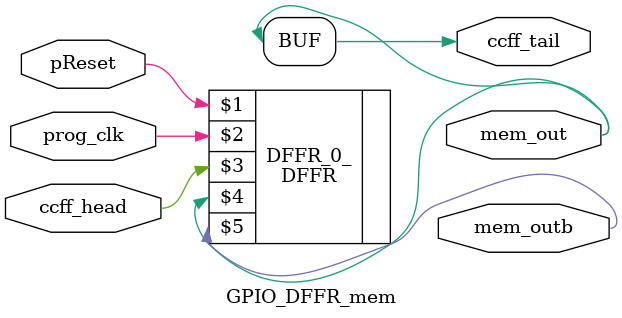
<source format=v>
module mux_2level_tapbuf_size8_mem(pReset,
                                   prog_clk,
                                   ccff_head,
                                   ccff_tail,
                                   mem_out,
                                   mem_outb);
//----- GLOBAL PORTS -----
input [0:0] pReset;
//----- GLOBAL PORTS -----
input [0:0] prog_clk;
//----- INPUT PORTS -----
input [0:0] ccff_head;
//----- OUTPUT PORTS -----
output [0:0] ccff_tail;
//----- OUTPUT PORTS -----
output [0:5] mem_out;
//----- OUTPUT PORTS -----
output [0:5] mem_outb;

//----- BEGIN Registered ports -----
//----- END Registered ports -----



// ----- BEGIN Local short connections -----
// ----- END Local short connections -----
// ----- BEGIN Local output short connections -----
	assign ccff_tail[0] = mem_out[5];
// ----- END Local output short connections -----

	DFFR DFFR_0_ (
		pReset,
		prog_clk,
		ccff_head,
		mem_out[0],
		mem_outb[0]);

	DFFR DFFR_1_ (
		pReset,
		prog_clk,
		mem_out[0],
		mem_out[1],
		mem_outb[1]);

	DFFR DFFR_2_ (
		pReset,
		prog_clk,
		mem_out[1],
		mem_out[2],
		mem_outb[2]);

	DFFR DFFR_3_ (
		pReset,
		prog_clk,
		mem_out[2],
		mem_out[3],
		mem_outb[3]);

	DFFR DFFR_4_ (
		pReset,
		prog_clk,
		mem_out[3],
		mem_out[4],
		mem_outb[4]);

	DFFR DFFR_5_ (
		pReset,
		prog_clk,
		mem_out[4],
		mem_out[5],
		mem_outb[5]);

endmodule
// ----- END Verilog module for mux_2level_tapbuf_size8_mem -----




// ----- Verilog module for mux_2level_tapbuf_size2_mem -----
module mux_2level_tapbuf_size2_mem(pReset,
                                   prog_clk,
                                   ccff_head,
                                   ccff_tail,
                                   mem_out,
                                   mem_outb);
//----- GLOBAL PORTS -----
input [0:0] pReset;
//----- GLOBAL PORTS -----
input [0:0] prog_clk;
//----- INPUT PORTS -----
input [0:0] ccff_head;
//----- OUTPUT PORTS -----
output [0:0] ccff_tail;
//----- OUTPUT PORTS -----
output [0:1] mem_out;
//----- OUTPUT PORTS -----
output [0:1] mem_outb;

//----- BEGIN Registered ports -----
//----- END Registered ports -----



// ----- BEGIN Local short connections -----
// ----- END Local short connections -----
// ----- BEGIN Local output short connections -----
	assign ccff_tail[0] = mem_out[1];
// ----- END Local output short connections -----

	DFFR DFFR_0_ (
		pReset,
		prog_clk,
		ccff_head,
		mem_out[0],
		mem_outb[0]);

	DFFR DFFR_1_ (
		pReset,
		prog_clk,
		mem_out[0],
		mem_out[1],
		mem_outb[1]);

endmodule
// ----- END Verilog module for mux_2level_tapbuf_size2_mem -----




// ----- Verilog module for mux_2level_tapbuf_size9_mem -----
module mux_2level_tapbuf_size9_mem(pReset,
                                   prog_clk,
                                   ccff_head,
                                   ccff_tail,
                                   mem_out,
                                   mem_outb);
//----- GLOBAL PORTS -----
input [0:0] pReset;
//----- GLOBAL PORTS -----
input [0:0] prog_clk;
//----- INPUT PORTS -----
input [0:0] ccff_head;
//----- OUTPUT PORTS -----
output [0:0] ccff_tail;
//----- OUTPUT PORTS -----
output [0:7] mem_out;
//----- OUTPUT PORTS -----
output [0:7] mem_outb;

//----- BEGIN Registered ports -----
//----- END Registered ports -----



// ----- BEGIN Local short connections -----
// ----- END Local short connections -----
// ----- BEGIN Local output short connections -----
	assign ccff_tail[0] = mem_out[7];
// ----- END Local output short connections -----

	DFFR DFFR_0_ (
		pReset,
		prog_clk,
		ccff_head,
		mem_out[0],
		mem_outb[0]);

	DFFR DFFR_1_ (
		pReset,
		prog_clk,
		mem_out[0],
		mem_out[1],
		mem_outb[1]);

	DFFR DFFR_2_ (
		pReset,
		prog_clk,
		mem_out[1],
		mem_out[2],
		mem_outb[2]);

	DFFR DFFR_3_ (
		pReset,
		prog_clk,
		mem_out[2],
		mem_out[3],
		mem_outb[3]);

	DFFR DFFR_4_ (
		pReset,
		prog_clk,
		mem_out[3],
		mem_out[4],
		mem_outb[4]);

	DFFR DFFR_5_ (
		pReset,
		prog_clk,
		mem_out[4],
		mem_out[5],
		mem_outb[5]);

	DFFR DFFR_6_ (
		pReset,
		prog_clk,
		mem_out[5],
		mem_out[6],
		mem_outb[6]);

	DFFR DFFR_7_ (
		pReset,
		prog_clk,
		mem_out[6],
		mem_out[7],
		mem_outb[7]);

endmodule
// ----- END Verilog module for mux_2level_tapbuf_size9_mem -----




// ----- Verilog module for mux_2level_tapbuf_size3_mem -----
module mux_2level_tapbuf_size3_mem(pReset,
                                   prog_clk,
                                   ccff_head,
                                   ccff_tail,
                                   mem_out,
                                   mem_outb);
//----- GLOBAL PORTS -----
input [0:0] pReset;
//----- GLOBAL PORTS -----
input [0:0] prog_clk;
//----- INPUT PORTS -----
input [0:0] ccff_head;
//----- OUTPUT PORTS -----
output [0:0] ccff_tail;
//----- OUTPUT PORTS -----
output [0:1] mem_out;
//----- OUTPUT PORTS -----
output [0:1] mem_outb;

//----- BEGIN Registered ports -----
//----- END Registered ports -----



// ----- BEGIN Local short connections -----
// ----- END Local short connections -----
// ----- BEGIN Local output short connections -----
	assign ccff_tail[0] = mem_out[1];
// ----- END Local output short connections -----

	DFFR DFFR_0_ (
		pReset,
		prog_clk,
		ccff_head,
		mem_out[0],
		mem_outb[0]);

	DFFR DFFR_1_ (
		pReset,
		prog_clk,
		mem_out[0],
		mem_out[1],
		mem_outb[1]);

endmodule
// ----- END Verilog module for mux_2level_tapbuf_size3_mem -----




// ----- Verilog module for mux_2level_tapbuf_size12_mem -----
module mux_2level_tapbuf_size12_mem(pReset,
                                    prog_clk,
                                    ccff_head,
                                    ccff_tail,
                                    mem_out,
                                    mem_outb);
//----- GLOBAL PORTS -----
input [0:0] pReset;
//----- GLOBAL PORTS -----
input [0:0] prog_clk;
//----- INPUT PORTS -----
input [0:0] ccff_head;
//----- OUTPUT PORTS -----
output [0:0] ccff_tail;
//----- OUTPUT PORTS -----
output [0:7] mem_out;
//----- OUTPUT PORTS -----
output [0:7] mem_outb;

//----- BEGIN Registered ports -----
//----- END Registered ports -----



// ----- BEGIN Local short connections -----
// ----- END Local short connections -----
// ----- BEGIN Local output short connections -----
	assign ccff_tail[0] = mem_out[7];
// ----- END Local output short connections -----

	DFFR DFFR_0_ (
		pReset,
		prog_clk,
		ccff_head,
		mem_out[0],
		mem_outb[0]);

	DFFR DFFR_1_ (
		pReset,
		prog_clk,
		mem_out[0],
		mem_out[1],
		mem_outb[1]);

	DFFR DFFR_2_ (
		pReset,
		prog_clk,
		mem_out[1],
		mem_out[2],
		mem_outb[2]);

	DFFR DFFR_3_ (
		pReset,
		prog_clk,
		mem_out[2],
		mem_out[3],
		mem_outb[3]);

	DFFR DFFR_4_ (
		pReset,
		prog_clk,
		mem_out[3],
		mem_out[4],
		mem_outb[4]);

	DFFR DFFR_5_ (
		pReset,
		prog_clk,
		mem_out[4],
		mem_out[5],
		mem_outb[5]);

	DFFR DFFR_6_ (
		pReset,
		prog_clk,
		mem_out[5],
		mem_out[6],
		mem_outb[6]);

	DFFR DFFR_7_ (
		pReset,
		prog_clk,
		mem_out[6],
		mem_out[7],
		mem_outb[7]);

endmodule
// ----- END Verilog module for mux_2level_tapbuf_size12_mem -----




// ----- Verilog module for mux_2level_tapbuf_size4_mem -----
module mux_2level_tapbuf_size4_mem(pReset,
                                   prog_clk,
                                   ccff_head,
                                   ccff_tail,
                                   mem_out,
                                   mem_outb);
//----- GLOBAL PORTS -----
input [0:0] pReset;
//----- GLOBAL PORTS -----
input [0:0] prog_clk;
//----- INPUT PORTS -----
input [0:0] ccff_head;
//----- OUTPUT PORTS -----
output [0:0] ccff_tail;
//----- OUTPUT PORTS -----
output [0:5] mem_out;
//----- OUTPUT PORTS -----
output [0:5] mem_outb;

//----- BEGIN Registered ports -----
//----- END Registered ports -----



// ----- BEGIN Local short connections -----
// ----- END Local short connections -----
// ----- BEGIN Local output short connections -----
	assign ccff_tail[0] = mem_out[5];
// ----- END Local output short connections -----

	DFFR DFFR_0_ (
		pReset,
		prog_clk,
		ccff_head,
		mem_out[0],
		mem_outb[0]);

	DFFR DFFR_1_ (
		pReset,
		prog_clk,
		mem_out[0],
		mem_out[1],
		mem_outb[1]);

	DFFR DFFR_2_ (
		pReset,
		prog_clk,
		mem_out[1],
		mem_out[2],
		mem_outb[2]);

	DFFR DFFR_3_ (
		pReset,
		prog_clk,
		mem_out[2],
		mem_out[3],
		mem_outb[3]);

	DFFR DFFR_4_ (
		pReset,
		prog_clk,
		mem_out[3],
		mem_out[4],
		mem_outb[4]);

	DFFR DFFR_5_ (
		pReset,
		prog_clk,
		mem_out[4],
		mem_out[5],
		mem_outb[5]);

endmodule
// ----- END Verilog module for mux_2level_tapbuf_size4_mem -----




// ----- Verilog module for mux_2level_tapbuf_size11_mem -----
module mux_2level_tapbuf_size11_mem(pReset,
                                    prog_clk,
                                    ccff_head,
                                    ccff_tail,
                                    mem_out,
                                    mem_outb);
//----- GLOBAL PORTS -----
input [0:0] pReset;
//----- GLOBAL PORTS -----
input [0:0] prog_clk;
//----- INPUT PORTS -----
input [0:0] ccff_head;
//----- OUTPUT PORTS -----
output [0:0] ccff_tail;
//----- OUTPUT PORTS -----
output [0:7] mem_out;
//----- OUTPUT PORTS -----
output [0:7] mem_outb;

//----- BEGIN Registered ports -----
//----- END Registered ports -----



// ----- BEGIN Local short connections -----
// ----- END Local short connections -----
// ----- BEGIN Local output short connections -----
	assign ccff_tail[0] = mem_out[7];
// ----- END Local output short connections -----

	DFFR DFFR_0_ (
		pReset,
		prog_clk,
		ccff_head,
		mem_out[0],
		mem_outb[0]);

	DFFR DFFR_1_ (
		pReset,
		prog_clk,
		mem_out[0],
		mem_out[1],
		mem_outb[1]);

	DFFR DFFR_2_ (
		pReset,
		prog_clk,
		mem_out[1],
		mem_out[2],
		mem_outb[2]);

	DFFR DFFR_3_ (
		pReset,
		prog_clk,
		mem_out[2],
		mem_out[3],
		mem_outb[3]);

	DFFR DFFR_4_ (
		pReset,
		prog_clk,
		mem_out[3],
		mem_out[4],
		mem_outb[4]);

	DFFR DFFR_5_ (
		pReset,
		prog_clk,
		mem_out[4],
		mem_out[5],
		mem_outb[5]);

	DFFR DFFR_6_ (
		pReset,
		prog_clk,
		mem_out[5],
		mem_out[6],
		mem_outb[6]);

	DFFR DFFR_7_ (
		pReset,
		prog_clk,
		mem_out[6],
		mem_out[7],
		mem_outb[7]);

endmodule
// ----- END Verilog module for mux_2level_tapbuf_size11_mem -----




// ----- Verilog module for mux_2level_tapbuf_size5_mem -----
module mux_2level_tapbuf_size5_mem(pReset,
                                   prog_clk,
                                   ccff_head,
                                   ccff_tail,
                                   mem_out,
                                   mem_outb);
//----- GLOBAL PORTS -----
input [0:0] pReset;
//----- GLOBAL PORTS -----
input [0:0] prog_clk;
//----- INPUT PORTS -----
input [0:0] ccff_head;
//----- OUTPUT PORTS -----
output [0:0] ccff_tail;
//----- OUTPUT PORTS -----
output [0:5] mem_out;
//----- OUTPUT PORTS -----
output [0:5] mem_outb;

//----- BEGIN Registered ports -----
//----- END Registered ports -----



// ----- BEGIN Local short connections -----
// ----- END Local short connections -----
// ----- BEGIN Local output short connections -----
	assign ccff_tail[0] = mem_out[5];
// ----- END Local output short connections -----

	DFFR DFFR_0_ (
		pReset,
		prog_clk,
		ccff_head,
		mem_out[0],
		mem_outb[0]);

	DFFR DFFR_1_ (
		pReset,
		prog_clk,
		mem_out[0],
		mem_out[1],
		mem_outb[1]);

	DFFR DFFR_2_ (
		pReset,
		prog_clk,
		mem_out[1],
		mem_out[2],
		mem_outb[2]);

	DFFR DFFR_3_ (
		pReset,
		prog_clk,
		mem_out[2],
		mem_out[3],
		mem_outb[3]);

	DFFR DFFR_4_ (
		pReset,
		prog_clk,
		mem_out[3],
		mem_out[4],
		mem_outb[4]);

	DFFR DFFR_5_ (
		pReset,
		prog_clk,
		mem_out[4],
		mem_out[5],
		mem_outb[5]);

endmodule
// ----- END Verilog module for mux_2level_tapbuf_size5_mem -----




// ----- Verilog module for mux_2level_size20_mem -----
module mux_2level_size20_mem(pReset,
                             prog_clk,
                             ccff_head,
                             ccff_tail,
                             mem_out,
                             mem_outb);
//----- GLOBAL PORTS -----
input [0:0] pReset;
//----- GLOBAL PORTS -----
input [0:0] prog_clk;
//----- INPUT PORTS -----
input [0:0] ccff_head;
//----- OUTPUT PORTS -----
output [0:0] ccff_tail;
//----- OUTPUT PORTS -----
output [0:9] mem_out;
//----- OUTPUT PORTS -----
output [0:9] mem_outb;

//----- BEGIN Registered ports -----
//----- END Registered ports -----



// ----- BEGIN Local short connections -----
// ----- END Local short connections -----
// ----- BEGIN Local output short connections -----
	assign ccff_tail[0] = mem_out[9];
// ----- END Local output short connections -----

	DFFR DFFR_0_ (
		pReset,
		prog_clk,
		ccff_head,
		mem_out[0],
		mem_outb[0]);

	DFFR DFFR_1_ (
		pReset,
		prog_clk,
		mem_out[0],
		mem_out[1],
		mem_outb[1]);

	DFFR DFFR_2_ (
		pReset,
		prog_clk,
		mem_out[1],
		mem_out[2],
		mem_outb[2]);

	DFFR DFFR_3_ (
		pReset,
		prog_clk,
		mem_out[2],
		mem_out[3],
		mem_outb[3]);

	DFFR DFFR_4_ (
		pReset,
		prog_clk,
		mem_out[3],
		mem_out[4],
		mem_outb[4]);

	DFFR DFFR_5_ (
		pReset,
		prog_clk,
		mem_out[4],
		mem_out[5],
		mem_outb[5]);

	DFFR DFFR_6_ (
		pReset,
		prog_clk,
		mem_out[5],
		mem_out[6],
		mem_outb[6]);

	DFFR DFFR_7_ (
		pReset,
		prog_clk,
		mem_out[6],
		mem_out[7],
		mem_outb[7]);

	DFFR DFFR_8_ (
		pReset,
		prog_clk,
		mem_out[7],
		mem_out[8],
		mem_outb[8]);

	DFFR DFFR_9_ (
		pReset,
		prog_clk,
		mem_out[8],
		mem_out[9],
		mem_outb[9]);

endmodule
// ----- END Verilog module for mux_2level_size20_mem -----




// ----- Verilog module for mux_1level_tapbuf_size2_mem -----
module mux_1level_tapbuf_size2_mem(pReset,
                                   prog_clk,
                                   ccff_head,
                                   ccff_tail,
                                   mem_out,
                                   mem_outb);
//----- GLOBAL PORTS -----
input [0:0] pReset;
//----- GLOBAL PORTS -----
input [0:0] prog_clk;
//----- INPUT PORTS -----
input [0:0] ccff_head;
//----- OUTPUT PORTS -----
output [0:0] ccff_tail;
//----- OUTPUT PORTS -----
output [0:2] mem_out;
//----- OUTPUT PORTS -----
output [0:2] mem_outb;

//----- BEGIN Registered ports -----
//----- END Registered ports -----



// ----- BEGIN Local short connections -----
// ----- END Local short connections -----
// ----- BEGIN Local output short connections -----
	assign ccff_tail[0] = mem_out[2];
// ----- END Local output short connections -----

	DFFR DFFR_0_ (
		pReset,
		prog_clk,
		ccff_head,
		mem_out[0],
		mem_outb[0]);

	DFFR DFFR_1_ (
		pReset,
		prog_clk,
		mem_out[0],
		mem_out[1],
		mem_outb[1]);

	DFFR DFFR_2_ (
		pReset,
		prog_clk,
		mem_out[1],
		mem_out[2],
		mem_outb[2]);

endmodule
// ----- END Verilog module for mux_1level_tapbuf_size2_mem -----




// ----- Verilog module for frac_lut4_DFFR_mem -----
module frac_lut4_DFFR_mem(pReset,
                          prog_clk,
                          ccff_head,
                          ccff_tail,
                          mem_out,
                          mem_outb);
//----- GLOBAL PORTS -----
input [0:0] pReset;
//----- GLOBAL PORTS -----
input [0:0] prog_clk;
//----- INPUT PORTS -----
input [0:0] ccff_head;
//----- OUTPUT PORTS -----
output [0:0] ccff_tail;
//----- OUTPUT PORTS -----
output [0:16] mem_out;
//----- OUTPUT PORTS -----
output [0:16] mem_outb;

//----- BEGIN Registered ports -----
//----- END Registered ports -----



// ----- BEGIN Local short connections -----
// ----- END Local short connections -----
// ----- BEGIN Local output short connections -----
	assign ccff_tail[0] = mem_out[16];
// ----- END Local output short connections -----

	DFFR DFFR_0_ (
		pReset,
		prog_clk,
		ccff_head,
		mem_out[0],
		mem_outb[0]);

	DFFR DFFR_1_ (
		pReset,
		prog_clk,
		mem_out[0],
		mem_out[1],
		mem_outb[1]);

	DFFR DFFR_2_ (
		pReset,
		prog_clk,
		mem_out[1],
		mem_out[2],
		mem_outb[2]);

	DFFR DFFR_3_ (
		pReset,
		prog_clk,
		mem_out[2],
		mem_out[3],
		mem_outb[3]);

	DFFR DFFR_4_ (
		pReset,
		prog_clk,
		mem_out[3],
		mem_out[4],
		mem_outb[4]);

	DFFR DFFR_5_ (
		pReset,
		prog_clk,
		mem_out[4],
		mem_out[5],
		mem_outb[5]);

	DFFR DFFR_6_ (
		pReset,
		prog_clk,
		mem_out[5],
		mem_out[6],
		mem_outb[6]);

	DFFR DFFR_7_ (
		pReset,
		prog_clk,
		mem_out[6],
		mem_out[7],
		mem_outb[7]);

	DFFR DFFR_8_ (
		pReset,
		prog_clk,
		mem_out[7],
		mem_out[8],
		mem_outb[8]);

	DFFR DFFR_9_ (
		pReset,
		prog_clk,
		mem_out[8],
		mem_out[9],
		mem_outb[9]);

	DFFR DFFR_10_ (
		pReset,
		prog_clk,
		mem_out[9],
		mem_out[10],
		mem_outb[10]);

	DFFR DFFR_11_ (
		pReset,
		prog_clk,
		mem_out[10],
		mem_out[11],
		mem_outb[11]);

	DFFR DFFR_12_ (
		pReset,
		prog_clk,
		mem_out[11],
		mem_out[12],
		mem_outb[12]);

	DFFR DFFR_13_ (
		pReset,
		prog_clk,
		mem_out[12],
		mem_out[13],
		mem_outb[13]);

	DFFR DFFR_14_ (
		pReset,
		prog_clk,
		mem_out[13],
		mem_out[14],
		mem_outb[14]);

	DFFR DFFR_15_ (
		pReset,
		prog_clk,
		mem_out[14],
		mem_out[15],
		mem_outb[15]);

	DFFR DFFR_16_ (
		pReset,
		prog_clk,
		mem_out[15],
		mem_out[16],
		mem_outb[16]);

endmodule
// ----- END Verilog module for frac_lut4_DFFR_mem -----




// ----- Verilog module for GPIO_DFFR_mem -----
module GPIO_DFFR_mem(pReset,
                     prog_clk,
                     ccff_head,
                     ccff_tail,
                     mem_out,
                     mem_outb);
//----- GLOBAL PORTS -----
input [0:0] pReset;
//----- GLOBAL PORTS -----
input [0:0] prog_clk;
//----- INPUT PORTS -----
input [0:0] ccff_head;
//----- OUTPUT PORTS -----
output [0:0] ccff_tail;
//----- OUTPUT PORTS -----
output [0:0] mem_out;
//----- OUTPUT PORTS -----
output [0:0] mem_outb;

//----- BEGIN Registered ports -----
//----- END Registered ports -----



// ----- BEGIN Local short connections -----
// ----- END Local short connections -----
// ----- BEGIN Local output short connections -----
	assign ccff_tail[0] = mem_out[0];
// ----- END Local output short connections -----

	DFFR DFFR_0_ (
		pReset,
		prog_clk,
		ccff_head,
		mem_out,
		mem_outb);

endmodule
// ----- END Verilog module for GPIO_DFFR_mem -----





</source>
